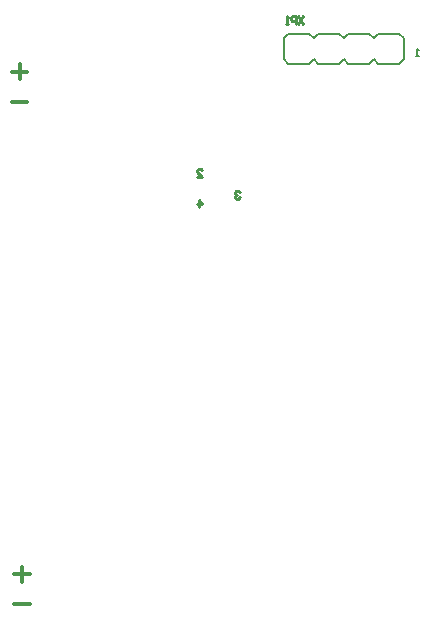
<source format=gbo>
G04*
G04 #@! TF.GenerationSoftware,Altium Limited,Altium Designer,19.1.5 (86)*
G04*
G04 Layer_Color=32896*
%FSLAX24Y24*%
%MOIN*%
G70*
G01*
G75*
%ADD12C,0.0059*%
%ADD13C,0.0100*%
%ADD59C,0.0118*%
%ADD73C,0.0079*%
D12*
X22610Y28831D02*
X22760Y28981D01*
X21910Y28831D02*
X22610D01*
X21760Y28981D02*
X21910Y28831D01*
X21610D02*
X21760Y28981D01*
X20910Y28831D02*
X21610D01*
X20760Y28981D02*
X20910Y28831D01*
X20610D02*
X20760Y28981D01*
X19910Y28831D02*
X20610D01*
X19760Y28981D02*
X19910Y28831D01*
X19610D02*
X19760Y28981D01*
X18910Y28831D02*
X19610Y28831D01*
X18760Y28981D02*
X18910Y28831D01*
X18760Y28981D02*
Y29681D01*
X18910Y29831D01*
X19610Y29831D01*
X19760Y29681D01*
X19910Y29831D01*
X20610D01*
X20760Y29681D01*
X21610Y29831D02*
X21760Y29681D01*
X21910Y29831D01*
X22610D01*
X22760Y29681D01*
Y28981D02*
Y29681D01*
X20760D02*
X20910Y29831D01*
X21610D01*
D13*
X19416Y30410D02*
X19249Y30160D01*
Y30410D02*
X19416Y30160D01*
X19166D02*
Y30410D01*
X19041D01*
X18999Y30368D01*
Y30285D01*
X19041Y30243D01*
X19166D01*
X18916Y30160D02*
X18833D01*
X18874D01*
Y30410D01*
X18916Y30368D01*
X15928Y24044D02*
Y24294D01*
X16053Y24169D01*
X15886D01*
X17294Y24545D02*
X17253Y24586D01*
X17169D01*
X17128Y24545D01*
Y24503D01*
X17169Y24461D01*
X17211D01*
X17169D01*
X17128Y24420D01*
Y24378D01*
X17169Y24337D01*
X17253D01*
X17294Y24378D01*
X15886Y25071D02*
X16053D01*
X15886Y25238D01*
Y25279D01*
X15928Y25321D01*
X16011D01*
X16053Y25279D01*
D59*
X10039Y11555D02*
Y12067D01*
X9783Y11811D02*
X10295D01*
X9783Y10807D02*
X10295D01*
X9705Y27559D02*
X10217D01*
X9705Y28563D02*
X10217D01*
X9961Y28307D02*
Y28819D01*
D73*
X23260Y29081D02*
X23177D01*
X23218D01*
Y29331D01*
X23260Y29289D01*
M02*

</source>
